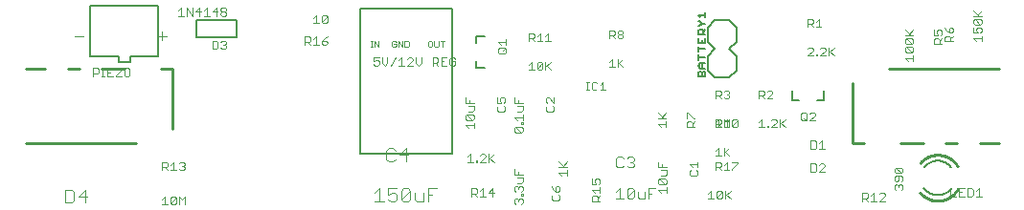
<source format=gto>
G75*
%MOIN*%
%OFA0B0*%
%FSLAX25Y25*%
%IPPOS*%
%LPD*%
%AMOC8*
5,1,8,0,0,1.08239X$1,22.5*
%
%ADD10C,0.00800*%
%ADD11C,0.00600*%
%ADD12C,0.00300*%
%ADD13C,0.00400*%
%ADD14C,0.00500*%
%ADD15C,0.00200*%
%ADD16C,0.01000*%
D10*
X0180544Y0054788D02*
X0183694Y0054788D01*
X0180544Y0054788D02*
X0180544Y0057150D01*
X0180544Y0063450D02*
X0180544Y0065812D01*
X0183694Y0065812D01*
X0261300Y0063800D02*
X0261300Y0068800D01*
X0263800Y0071300D01*
X0268800Y0071300D01*
X0271300Y0068800D01*
X0271300Y0063800D01*
X0268800Y0061300D01*
X0271300Y0058800D01*
X0271300Y0053800D01*
X0268800Y0051300D01*
X0263800Y0051300D01*
X0261300Y0053800D01*
X0261300Y0058800D01*
X0263800Y0061300D01*
X0261300Y0063800D01*
X0290788Y0046694D02*
X0290788Y0043544D01*
X0293150Y0043544D01*
X0299450Y0043544D02*
X0301812Y0043544D01*
X0301812Y0046694D01*
D11*
X0260500Y0051600D02*
X0260500Y0052901D01*
X0260066Y0053335D01*
X0259633Y0053335D01*
X0259199Y0052901D01*
X0259199Y0051600D01*
X0260500Y0051600D02*
X0257898Y0051600D01*
X0257898Y0052901D01*
X0258331Y0053335D01*
X0258765Y0053335D01*
X0259199Y0052901D01*
X0259199Y0054547D02*
X0259199Y0056281D01*
X0258765Y0056281D02*
X0260500Y0056281D01*
X0258765Y0056281D02*
X0257898Y0055414D01*
X0258765Y0054547D01*
X0260500Y0054547D01*
X0257898Y0057493D02*
X0257898Y0059228D01*
X0257898Y0058360D02*
X0260500Y0058360D01*
X0257898Y0060440D02*
X0257898Y0062174D01*
X0257898Y0061307D02*
X0260500Y0061307D01*
X0260500Y0063386D02*
X0257898Y0063386D01*
X0257898Y0065121D01*
X0259199Y0064253D02*
X0259199Y0063386D01*
X0260500Y0063386D02*
X0260500Y0065121D01*
X0260500Y0066333D02*
X0257898Y0066333D01*
X0257898Y0067634D01*
X0258331Y0068067D01*
X0259199Y0068067D01*
X0259633Y0067634D01*
X0259633Y0066333D01*
X0259633Y0067200D02*
X0260500Y0068067D01*
X0259199Y0070147D02*
X0258331Y0069279D01*
X0257898Y0069279D01*
X0259199Y0070147D02*
X0260500Y0070147D01*
X0259199Y0070147D02*
X0258331Y0071014D01*
X0257898Y0071014D01*
X0258765Y0072226D02*
X0257898Y0073093D01*
X0260500Y0073093D01*
X0260500Y0072226D02*
X0260500Y0073960D01*
X0341300Y0022300D02*
X0341452Y0022298D01*
X0341603Y0022292D01*
X0341754Y0022283D01*
X0341906Y0022269D01*
X0342056Y0022252D01*
X0342206Y0022231D01*
X0342356Y0022206D01*
X0342505Y0022178D01*
X0342653Y0022145D01*
X0342800Y0022109D01*
X0342947Y0022070D01*
X0343092Y0022026D01*
X0343236Y0021979D01*
X0343379Y0021928D01*
X0343520Y0021874D01*
X0343661Y0021816D01*
X0343799Y0021755D01*
X0343936Y0021690D01*
X0344072Y0021621D01*
X0344205Y0021550D01*
X0344337Y0021475D01*
X0344467Y0021396D01*
X0344594Y0021315D01*
X0344720Y0021230D01*
X0344844Y0021142D01*
X0344965Y0021051D01*
X0345084Y0020957D01*
X0345200Y0020859D01*
X0345314Y0020759D01*
X0345426Y0020657D01*
X0345534Y0020551D01*
X0345640Y0020443D01*
X0345744Y0020332D01*
X0345844Y0020218D01*
X0345942Y0020102D01*
X0346036Y0019983D01*
X0341300Y0010300D02*
X0341146Y0010302D01*
X0340992Y0010308D01*
X0340838Y0010318D01*
X0340684Y0010332D01*
X0340531Y0010349D01*
X0340379Y0010371D01*
X0340227Y0010397D01*
X0340075Y0010426D01*
X0339925Y0010460D01*
X0339775Y0010497D01*
X0339627Y0010538D01*
X0339479Y0010583D01*
X0339333Y0010632D01*
X0339188Y0010684D01*
X0339045Y0010740D01*
X0338902Y0010800D01*
X0338762Y0010863D01*
X0338623Y0010930D01*
X0338486Y0011001D01*
X0338351Y0011075D01*
X0338218Y0011152D01*
X0338086Y0011233D01*
X0337957Y0011317D01*
X0337830Y0011405D01*
X0337706Y0011496D01*
X0337584Y0011589D01*
X0337464Y0011687D01*
X0337347Y0011787D01*
X0337232Y0011890D01*
X0337120Y0011996D01*
X0337011Y0012104D01*
X0336905Y0012216D01*
X0336801Y0012330D01*
X0336701Y0012447D01*
X0336603Y0012566D01*
X0336509Y0012688D01*
X0336418Y0012813D01*
X0341300Y0010300D02*
X0341450Y0010302D01*
X0341601Y0010308D01*
X0341751Y0010317D01*
X0341900Y0010330D01*
X0342050Y0010347D01*
X0342199Y0010368D01*
X0342347Y0010392D01*
X0342495Y0010420D01*
X0342642Y0010452D01*
X0342788Y0010487D01*
X0342933Y0010527D01*
X0343077Y0010569D01*
X0343220Y0010616D01*
X0343362Y0010666D01*
X0343503Y0010719D01*
X0343642Y0010776D01*
X0343780Y0010836D01*
X0343916Y0010900D01*
X0344050Y0010967D01*
X0344183Y0011038D01*
X0344314Y0011112D01*
X0344443Y0011189D01*
X0344570Y0011270D01*
X0344695Y0011353D01*
X0344818Y0011440D01*
X0344939Y0011529D01*
X0345057Y0011622D01*
X0345173Y0011718D01*
X0345287Y0011816D01*
X0345398Y0011917D01*
X0345507Y0012022D01*
X0345612Y0012128D01*
X0345716Y0012238D01*
X0345816Y0012350D01*
X0345914Y0012464D01*
X0346008Y0012581D01*
X0346100Y0012700D01*
X0341300Y0022300D02*
X0341148Y0022298D01*
X0340997Y0022292D01*
X0340846Y0022283D01*
X0340694Y0022269D01*
X0340544Y0022252D01*
X0340394Y0022231D01*
X0340244Y0022206D01*
X0340095Y0022178D01*
X0339947Y0022145D01*
X0339800Y0022109D01*
X0339653Y0022070D01*
X0339508Y0022026D01*
X0339364Y0021979D01*
X0339221Y0021928D01*
X0339080Y0021874D01*
X0338939Y0021816D01*
X0338801Y0021755D01*
X0338664Y0021690D01*
X0338528Y0021621D01*
X0338395Y0021550D01*
X0338263Y0021475D01*
X0338133Y0021396D01*
X0338006Y0021315D01*
X0337880Y0021230D01*
X0337756Y0021142D01*
X0337635Y0021051D01*
X0337516Y0020957D01*
X0337400Y0020859D01*
X0337286Y0020759D01*
X0337174Y0020657D01*
X0337066Y0020551D01*
X0336960Y0020443D01*
X0336856Y0020332D01*
X0336756Y0020218D01*
X0336658Y0020102D01*
X0336564Y0019983D01*
D12*
X0329119Y0019357D02*
X0329119Y0018390D01*
X0328635Y0017906D01*
X0326700Y0019841D01*
X0328635Y0019841D01*
X0329119Y0019357D01*
X0326700Y0019841D02*
X0326216Y0019357D01*
X0326216Y0018390D01*
X0326700Y0017906D01*
X0328635Y0017906D01*
X0328635Y0016894D02*
X0326700Y0016894D01*
X0326216Y0016411D01*
X0326216Y0015443D01*
X0326700Y0014960D01*
X0327184Y0014960D01*
X0327667Y0015443D01*
X0327667Y0016894D01*
X0328635Y0016894D02*
X0329119Y0016411D01*
X0329119Y0015443D01*
X0328635Y0014960D01*
X0328635Y0013948D02*
X0329119Y0013464D01*
X0329119Y0012497D01*
X0328635Y0012013D01*
X0327667Y0012980D02*
X0327667Y0013464D01*
X0328151Y0013948D01*
X0328635Y0013948D01*
X0327667Y0013464D02*
X0327184Y0013948D01*
X0326700Y0013948D01*
X0326216Y0013464D01*
X0326216Y0012497D01*
X0326700Y0012013D01*
X0322931Y0010614D02*
X0322447Y0011097D01*
X0321479Y0011097D01*
X0320996Y0010614D01*
X0322931Y0010614D02*
X0322931Y0010130D01*
X0320996Y0008195D01*
X0322931Y0008195D01*
X0319984Y0008195D02*
X0318049Y0008195D01*
X0319017Y0008195D02*
X0319017Y0011097D01*
X0318049Y0010130D01*
X0317038Y0010614D02*
X0317038Y0009646D01*
X0316554Y0009162D01*
X0315103Y0009162D01*
X0316070Y0009162D02*
X0317038Y0008195D01*
X0315103Y0008195D02*
X0315103Y0011097D01*
X0316554Y0011097D01*
X0317038Y0010614D01*
X0345786Y0009781D02*
X0347721Y0009781D01*
X0348732Y0009781D02*
X0350667Y0009781D01*
X0351679Y0009781D02*
X0353130Y0009781D01*
X0353614Y0010265D01*
X0353614Y0012200D01*
X0353130Y0012684D01*
X0351679Y0012684D01*
X0351679Y0009781D01*
X0348732Y0009781D02*
X0348732Y0012684D01*
X0350667Y0012684D01*
X0354626Y0011716D02*
X0355593Y0012684D01*
X0355593Y0009781D01*
X0354626Y0009781D02*
X0356561Y0009781D01*
X0349700Y0011233D02*
X0348732Y0011233D01*
X0345786Y0012684D02*
X0345786Y0009781D01*
X0302001Y0018387D02*
X0300066Y0018387D01*
X0302001Y0020322D01*
X0302001Y0020806D01*
X0301517Y0021289D01*
X0300550Y0021289D01*
X0300066Y0020806D01*
X0299054Y0020806D02*
X0298571Y0021289D01*
X0297119Y0021289D01*
X0297119Y0018387D01*
X0298571Y0018387D01*
X0299054Y0018871D01*
X0299054Y0020806D01*
X0298571Y0026387D02*
X0297119Y0026387D01*
X0297119Y0029289D01*
X0298571Y0029289D01*
X0299054Y0028806D01*
X0299054Y0026871D01*
X0298571Y0026387D01*
X0300066Y0026387D02*
X0302001Y0026387D01*
X0301033Y0026387D02*
X0301033Y0029289D01*
X0300066Y0028322D01*
X0288251Y0033950D02*
X0286800Y0035401D01*
X0286316Y0034917D02*
X0288251Y0036852D01*
X0286316Y0036852D02*
X0286316Y0033950D01*
X0285305Y0033950D02*
X0283370Y0033950D01*
X0285305Y0035885D01*
X0285305Y0036369D01*
X0284821Y0036852D01*
X0283854Y0036852D01*
X0283370Y0036369D01*
X0279917Y0036852D02*
X0279917Y0033950D01*
X0278950Y0033950D02*
X0280885Y0033950D01*
X0281897Y0033950D02*
X0282380Y0033950D01*
X0282380Y0034434D01*
X0281897Y0034434D01*
X0281897Y0033950D01*
X0279917Y0036852D02*
X0278950Y0035885D01*
X0271778Y0036369D02*
X0269843Y0034434D01*
X0270327Y0033950D01*
X0271294Y0033950D01*
X0271778Y0034434D01*
X0271778Y0036369D01*
X0271294Y0036852D01*
X0270327Y0036852D01*
X0269843Y0036369D01*
X0269843Y0034434D01*
X0268831Y0033950D02*
X0268831Y0036852D01*
X0267864Y0035885D01*
X0266897Y0036852D01*
X0266897Y0033950D01*
X0268831Y0033950D01*
X0267864Y0033950D02*
X0267864Y0036852D01*
X0266897Y0035885D01*
X0265885Y0036369D02*
X0265885Y0035401D01*
X0265401Y0034917D01*
X0263950Y0034917D01*
X0263950Y0033950D02*
X0265885Y0033950D01*
X0264917Y0034917D01*
X0264917Y0033950D02*
X0264917Y0036852D01*
X0263950Y0035885D01*
X0263950Y0036852D02*
X0265401Y0036852D01*
X0265885Y0036369D01*
X0263950Y0036852D02*
X0263950Y0033950D01*
X0256850Y0034057D02*
X0253948Y0034057D01*
X0253948Y0035508D01*
X0254431Y0035992D01*
X0255399Y0035992D01*
X0255883Y0035508D01*
X0255883Y0034057D01*
X0255883Y0035024D02*
X0256850Y0035992D01*
X0256850Y0037003D02*
X0256366Y0037003D01*
X0254431Y0038938D01*
X0253948Y0038938D01*
X0253948Y0037003D01*
X0246850Y0037003D02*
X0243948Y0037003D01*
X0245399Y0037487D02*
X0246850Y0038938D01*
X0245883Y0037003D02*
X0243948Y0038938D01*
X0246850Y0035992D02*
X0246850Y0034057D01*
X0246850Y0035024D02*
X0243948Y0035024D01*
X0244915Y0034057D01*
X0263950Y0025885D02*
X0264917Y0026852D01*
X0264917Y0023950D01*
X0263950Y0023950D02*
X0265885Y0023950D01*
X0266897Y0023950D02*
X0266897Y0026852D01*
X0268831Y0026852D02*
X0266897Y0024917D01*
X0267380Y0025401D02*
X0268831Y0023950D01*
X0267864Y0021852D02*
X0267864Y0018950D01*
X0266897Y0018950D02*
X0268831Y0018950D01*
X0269843Y0018950D02*
X0269843Y0019434D01*
X0271778Y0021369D01*
X0271778Y0021852D01*
X0269843Y0021852D01*
X0267864Y0021852D02*
X0266897Y0020885D01*
X0265885Y0021369D02*
X0265885Y0020401D01*
X0265401Y0019917D01*
X0263950Y0019917D01*
X0264917Y0019917D02*
X0265885Y0018950D01*
X0263950Y0018950D02*
X0263950Y0021852D01*
X0265401Y0021852D01*
X0265885Y0021369D01*
X0257795Y0020908D02*
X0254892Y0020908D01*
X0255860Y0019940D01*
X0257795Y0019940D02*
X0257795Y0021875D01*
X0246870Y0019940D02*
X0243967Y0019940D01*
X0243967Y0021875D01*
X0245418Y0020908D02*
X0245418Y0019940D01*
X0244935Y0018929D02*
X0246870Y0018929D01*
X0246870Y0017478D01*
X0246386Y0016994D01*
X0244935Y0016994D01*
X0244451Y0015982D02*
X0246386Y0014047D01*
X0246870Y0014531D01*
X0246870Y0015499D01*
X0246386Y0015982D01*
X0244451Y0015982D01*
X0243967Y0015499D01*
X0243967Y0014531D01*
X0244451Y0014047D01*
X0246386Y0014047D01*
X0246870Y0013036D02*
X0246870Y0011101D01*
X0246870Y0012068D02*
X0243967Y0012068D01*
X0244935Y0011101D01*
X0241797Y0010821D02*
X0240562Y0010821D01*
X0239348Y0011438D02*
X0239348Y0008970D01*
X0237496Y0008970D01*
X0236879Y0009587D01*
X0236879Y0011438D01*
X0235665Y0012056D02*
X0233196Y0009587D01*
X0233813Y0008970D01*
X0235048Y0008970D01*
X0235665Y0009587D01*
X0235665Y0012056D01*
X0235048Y0012673D01*
X0233813Y0012673D01*
X0233196Y0012056D01*
X0233196Y0009587D01*
X0231982Y0008970D02*
X0229513Y0008970D01*
X0230747Y0008970D02*
X0230747Y0012673D01*
X0229513Y0011438D01*
X0223850Y0011057D02*
X0223850Y0012992D01*
X0223850Y0012024D02*
X0220948Y0012024D01*
X0221915Y0011057D01*
X0221431Y0010045D02*
X0222399Y0010045D01*
X0222883Y0009562D01*
X0222883Y0008110D01*
X0223850Y0008110D02*
X0220948Y0008110D01*
X0220948Y0009562D01*
X0221431Y0010045D01*
X0222883Y0009078D02*
X0223850Y0010045D01*
X0209795Y0009945D02*
X0209795Y0008978D01*
X0209311Y0008494D01*
X0207376Y0008494D01*
X0206892Y0008978D01*
X0206892Y0009945D01*
X0207376Y0010429D01*
X0208344Y0011440D02*
X0208344Y0012892D01*
X0208827Y0013375D01*
X0209311Y0013375D01*
X0209795Y0012892D01*
X0209795Y0011924D01*
X0209311Y0011440D01*
X0208344Y0011440D01*
X0207376Y0012408D01*
X0206892Y0013375D01*
X0196870Y0012999D02*
X0196870Y0012031D01*
X0196386Y0011547D01*
X0196386Y0010558D02*
X0196870Y0010558D01*
X0196870Y0010074D01*
X0196386Y0010074D01*
X0196386Y0010558D01*
X0194451Y0011547D02*
X0193967Y0012031D01*
X0193967Y0012999D01*
X0194451Y0013482D01*
X0194935Y0013482D01*
X0195418Y0012999D01*
X0195902Y0013482D01*
X0196386Y0013482D01*
X0196870Y0012999D01*
X0195418Y0012999D02*
X0195418Y0012515D01*
X0194935Y0014494D02*
X0196386Y0014494D01*
X0196870Y0014978D01*
X0196870Y0016429D01*
X0194935Y0016429D01*
X0195418Y0017440D02*
X0195418Y0018408D01*
X0193967Y0019375D02*
X0193967Y0017440D01*
X0196870Y0017440D01*
X0209448Y0018024D02*
X0210415Y0017057D01*
X0209448Y0018024D02*
X0212350Y0018024D01*
X0212350Y0017057D02*
X0212350Y0018992D01*
X0212350Y0020003D02*
X0209448Y0020003D01*
X0210899Y0020487D02*
X0212350Y0021938D01*
X0211383Y0020003D02*
X0209448Y0021938D01*
X0229513Y0022981D02*
X0229513Y0020512D01*
X0230130Y0019895D01*
X0231365Y0019895D01*
X0231982Y0020512D01*
X0233196Y0020512D02*
X0233813Y0019895D01*
X0235048Y0019895D01*
X0235665Y0020512D01*
X0235665Y0021129D01*
X0235048Y0021746D01*
X0234431Y0021746D01*
X0235048Y0021746D02*
X0235665Y0022364D01*
X0235665Y0022981D01*
X0235048Y0023598D01*
X0233813Y0023598D01*
X0233196Y0022981D01*
X0231982Y0022981D02*
X0231365Y0023598D01*
X0230130Y0023598D01*
X0229513Y0022981D01*
X0254892Y0018445D02*
X0254892Y0017478D01*
X0255376Y0016994D01*
X0257311Y0016994D01*
X0257795Y0017478D01*
X0257795Y0018445D01*
X0257311Y0018929D01*
X0255376Y0018929D02*
X0254892Y0018445D01*
X0243031Y0012673D02*
X0240562Y0012673D01*
X0240562Y0008970D01*
X0261450Y0008950D02*
X0263385Y0008950D01*
X0262417Y0008950D02*
X0262417Y0011852D01*
X0261450Y0010885D01*
X0264397Y0011369D02*
X0264880Y0011852D01*
X0265848Y0011852D01*
X0266331Y0011369D01*
X0264397Y0009434D01*
X0264880Y0008950D01*
X0265848Y0008950D01*
X0266331Y0009434D01*
X0266331Y0011369D01*
X0267343Y0011852D02*
X0267343Y0008950D01*
X0267827Y0010401D02*
X0269278Y0008950D01*
X0264397Y0009434D02*
X0264397Y0011369D01*
X0267343Y0009917D02*
X0269278Y0011852D01*
X0223850Y0014487D02*
X0223366Y0014003D01*
X0223850Y0014487D02*
X0223850Y0015455D01*
X0223366Y0015938D01*
X0222399Y0015938D01*
X0221915Y0015455D01*
X0221915Y0014971D01*
X0222399Y0014003D01*
X0220948Y0014003D01*
X0220948Y0015938D01*
X0209795Y0009945D02*
X0209311Y0010429D01*
X0196870Y0008579D02*
X0196870Y0007611D01*
X0196386Y0007128D01*
X0195418Y0008095D02*
X0195418Y0008579D01*
X0195902Y0009063D01*
X0196386Y0009063D01*
X0196870Y0008579D01*
X0195418Y0008579D02*
X0194935Y0009063D01*
X0194451Y0009063D01*
X0193967Y0008579D01*
X0193967Y0007611D01*
X0194451Y0007128D01*
X0186455Y0009750D02*
X0186455Y0012652D01*
X0185003Y0011201D01*
X0186938Y0011201D01*
X0183992Y0009750D02*
X0182057Y0009750D01*
X0183024Y0009750D02*
X0183024Y0012652D01*
X0182057Y0011685D01*
X0181045Y0012169D02*
X0181045Y0011201D01*
X0180562Y0010717D01*
X0179110Y0010717D01*
X0179110Y0009750D02*
X0179110Y0012652D01*
X0180562Y0012652D01*
X0181045Y0012169D01*
X0180078Y0010717D02*
X0181045Y0009750D01*
X0181067Y0021750D02*
X0180584Y0021750D01*
X0180584Y0022234D01*
X0181067Y0022234D01*
X0181067Y0021750D01*
X0182057Y0021750D02*
X0183992Y0023685D01*
X0183992Y0024169D01*
X0183508Y0024652D01*
X0182541Y0024652D01*
X0182057Y0024169D01*
X0185003Y0024652D02*
X0185003Y0021750D01*
X0185003Y0022717D02*
X0186938Y0024652D01*
X0185487Y0023201D02*
X0186938Y0021750D01*
X0183992Y0021750D02*
X0182057Y0021750D01*
X0179572Y0021750D02*
X0177637Y0021750D01*
X0178605Y0021750D02*
X0178605Y0024652D01*
X0177637Y0023685D01*
X0193967Y0032611D02*
X0194451Y0032128D01*
X0196386Y0032128D01*
X0194451Y0034063D01*
X0196386Y0034063D01*
X0196870Y0033579D01*
X0196870Y0032611D01*
X0196386Y0032128D01*
X0193967Y0032611D02*
X0193967Y0033579D01*
X0194451Y0034063D01*
X0196386Y0035074D02*
X0196386Y0035558D01*
X0196870Y0035558D01*
X0196870Y0035074D01*
X0196386Y0035074D01*
X0196870Y0036547D02*
X0196870Y0038482D01*
X0196870Y0037515D02*
X0193967Y0037515D01*
X0194935Y0036547D01*
X0194935Y0039494D02*
X0196386Y0039494D01*
X0196870Y0039978D01*
X0196870Y0041429D01*
X0194935Y0041429D01*
X0195418Y0042440D02*
X0195418Y0043408D01*
X0193967Y0044375D02*
X0193967Y0042440D01*
X0196870Y0042440D01*
X0190795Y0042924D02*
X0190311Y0042440D01*
X0190795Y0042924D02*
X0190795Y0043892D01*
X0190311Y0044375D01*
X0189344Y0044375D01*
X0188860Y0043892D01*
X0188860Y0043408D01*
X0189344Y0042440D01*
X0187892Y0042440D01*
X0187892Y0044375D01*
X0179870Y0042440D02*
X0176967Y0042440D01*
X0176967Y0044375D01*
X0178418Y0043408D02*
X0178418Y0042440D01*
X0177935Y0041429D02*
X0179870Y0041429D01*
X0179870Y0039978D01*
X0179386Y0039494D01*
X0177935Y0039494D01*
X0177451Y0038482D02*
X0179386Y0036547D01*
X0179870Y0037031D01*
X0179870Y0037999D01*
X0179386Y0038482D01*
X0177451Y0038482D01*
X0176967Y0037999D01*
X0176967Y0037031D01*
X0177451Y0036547D01*
X0179386Y0036547D01*
X0179870Y0035536D02*
X0179870Y0033601D01*
X0179870Y0034568D02*
X0176967Y0034568D01*
X0177935Y0033601D01*
X0187892Y0039978D02*
X0188376Y0039494D01*
X0190311Y0039494D01*
X0190795Y0039978D01*
X0190795Y0040945D01*
X0190311Y0041429D01*
X0188376Y0041429D02*
X0187892Y0040945D01*
X0187892Y0039978D01*
X0204892Y0039978D02*
X0205376Y0039494D01*
X0207311Y0039494D01*
X0207795Y0039978D01*
X0207795Y0040945D01*
X0207311Y0041429D01*
X0207795Y0042440D02*
X0205860Y0044375D01*
X0205376Y0044375D01*
X0204892Y0043892D01*
X0204892Y0042924D01*
X0205376Y0042440D01*
X0205376Y0041429D02*
X0204892Y0040945D01*
X0204892Y0039978D01*
X0207795Y0042440D02*
X0207795Y0044375D01*
X0218950Y0046950D02*
X0219917Y0046950D01*
X0219434Y0046950D02*
X0219434Y0049852D01*
X0219917Y0049852D02*
X0218950Y0049852D01*
X0220914Y0049369D02*
X0220914Y0047434D01*
X0221398Y0046950D01*
X0222366Y0046950D01*
X0222849Y0047434D01*
X0223861Y0046950D02*
X0225796Y0046950D01*
X0224828Y0046950D02*
X0224828Y0049852D01*
X0223861Y0048885D01*
X0222849Y0049369D02*
X0222366Y0049852D01*
X0221398Y0049852D01*
X0220914Y0049369D01*
X0206778Y0053950D02*
X0205327Y0055401D01*
X0204843Y0054917D02*
X0206778Y0056852D01*
X0204843Y0056852D02*
X0204843Y0053950D01*
X0203831Y0054434D02*
X0203348Y0053950D01*
X0202380Y0053950D01*
X0201897Y0054434D01*
X0203831Y0056369D01*
X0203831Y0054434D01*
X0201897Y0054434D02*
X0201897Y0056369D01*
X0202380Y0056852D01*
X0203348Y0056852D01*
X0203831Y0056369D01*
X0199917Y0056852D02*
X0198950Y0055885D01*
X0199917Y0056852D02*
X0199917Y0053950D01*
X0198950Y0053950D02*
X0200885Y0053950D01*
X0191150Y0060184D02*
X0190666Y0059700D01*
X0188731Y0059700D01*
X0188248Y0060184D01*
X0188248Y0061151D01*
X0188731Y0061635D01*
X0190666Y0061635D01*
X0191150Y0061151D01*
X0191150Y0060184D01*
X0190183Y0060667D02*
X0191150Y0061635D01*
X0191150Y0062647D02*
X0191150Y0064581D01*
X0191150Y0063614D02*
X0188248Y0063614D01*
X0189215Y0062647D01*
X0198950Y0063950D02*
X0198950Y0066852D01*
X0200401Y0066852D01*
X0200885Y0066369D01*
X0200885Y0065401D01*
X0200401Y0064917D01*
X0198950Y0064917D01*
X0199917Y0064917D02*
X0200885Y0063950D01*
X0201897Y0063950D02*
X0203831Y0063950D01*
X0202864Y0063950D02*
X0202864Y0066852D01*
X0201897Y0065885D01*
X0204843Y0065885D02*
X0205811Y0066852D01*
X0205811Y0063950D01*
X0206778Y0063950D02*
X0204843Y0063950D01*
X0226950Y0064950D02*
X0226950Y0067852D01*
X0228401Y0067852D01*
X0228885Y0067369D01*
X0228885Y0066401D01*
X0228401Y0065917D01*
X0226950Y0065917D01*
X0227917Y0065917D02*
X0228885Y0064950D01*
X0229897Y0065434D02*
X0230380Y0064950D01*
X0231348Y0064950D01*
X0231831Y0065434D01*
X0231831Y0065917D01*
X0231348Y0066401D01*
X0230380Y0066401D01*
X0229897Y0066885D01*
X0229897Y0067369D01*
X0230380Y0067852D01*
X0231348Y0067852D01*
X0231831Y0067369D01*
X0231831Y0066885D01*
X0231348Y0066401D01*
X0230380Y0066401D02*
X0229897Y0065917D01*
X0229897Y0065434D01*
X0229897Y0057852D02*
X0229897Y0054950D01*
X0229897Y0055917D02*
X0231831Y0057852D01*
X0227917Y0057852D02*
X0227917Y0054950D01*
X0226950Y0054950D02*
X0228885Y0054950D01*
X0230380Y0056401D02*
X0231831Y0054950D01*
X0227917Y0057852D02*
X0226950Y0056885D01*
X0263950Y0046852D02*
X0265401Y0046852D01*
X0265885Y0046369D01*
X0265885Y0045401D01*
X0265401Y0044917D01*
X0263950Y0044917D01*
X0263950Y0043950D02*
X0263950Y0046852D01*
X0266897Y0046369D02*
X0267380Y0046852D01*
X0268348Y0046852D01*
X0268831Y0046369D01*
X0268831Y0045885D01*
X0268348Y0045401D01*
X0268831Y0044917D01*
X0268831Y0044434D01*
X0268348Y0043950D01*
X0267380Y0043950D01*
X0266897Y0044434D01*
X0265885Y0043950D02*
X0264917Y0044917D01*
X0267864Y0045401D02*
X0268348Y0045401D01*
X0278950Y0044917D02*
X0280401Y0044917D01*
X0280885Y0045401D01*
X0280885Y0046369D01*
X0280401Y0046852D01*
X0278950Y0046852D01*
X0278950Y0043950D01*
X0279917Y0044917D02*
X0280885Y0043950D01*
X0281897Y0043950D02*
X0283831Y0045885D01*
X0283831Y0046369D01*
X0283348Y0046852D01*
X0282380Y0046852D01*
X0281897Y0046369D01*
X0281897Y0043950D02*
X0283831Y0043950D01*
X0293807Y0038669D02*
X0294291Y0039152D01*
X0295258Y0039152D01*
X0295742Y0038669D01*
X0295742Y0036734D01*
X0295258Y0036250D01*
X0294291Y0036250D01*
X0293807Y0036734D01*
X0293807Y0038669D01*
X0294774Y0037217D02*
X0295742Y0036250D01*
X0296753Y0036250D02*
X0298688Y0038185D01*
X0298688Y0038669D01*
X0298205Y0039152D01*
X0297237Y0039152D01*
X0296753Y0038669D01*
X0296753Y0036250D02*
X0298688Y0036250D01*
X0329948Y0058131D02*
X0330915Y0057164D01*
X0329948Y0058131D02*
X0332850Y0058131D01*
X0332850Y0057164D02*
X0332850Y0059099D01*
X0332366Y0060110D02*
X0330431Y0062045D01*
X0332366Y0062045D01*
X0332850Y0061562D01*
X0332850Y0060594D01*
X0332366Y0060110D01*
X0330431Y0060110D01*
X0329948Y0060594D01*
X0329948Y0061562D01*
X0330431Y0062045D01*
X0330431Y0063057D02*
X0329948Y0063541D01*
X0329948Y0064508D01*
X0330431Y0064992D01*
X0332366Y0063057D01*
X0332850Y0063541D01*
X0332850Y0064508D01*
X0332366Y0064992D01*
X0330431Y0064992D01*
X0329948Y0066003D02*
X0332850Y0066003D01*
X0331883Y0066003D02*
X0329948Y0067938D01*
X0331399Y0066487D02*
X0332850Y0067938D01*
X0339948Y0067938D02*
X0339948Y0066003D01*
X0341399Y0066003D01*
X0340915Y0066971D01*
X0340915Y0067455D01*
X0341399Y0067938D01*
X0342366Y0067938D01*
X0342850Y0067455D01*
X0342850Y0066487D01*
X0342366Y0066003D01*
X0342850Y0064992D02*
X0341883Y0064024D01*
X0341883Y0064508D02*
X0341883Y0063057D01*
X0342850Y0063057D02*
X0339948Y0063057D01*
X0339948Y0064508D01*
X0340431Y0064992D01*
X0341399Y0064992D01*
X0341883Y0064508D01*
X0343748Y0063950D02*
X0343748Y0065401D01*
X0344231Y0065885D01*
X0345199Y0065885D01*
X0345683Y0065401D01*
X0345683Y0063950D01*
X0346650Y0063950D02*
X0343748Y0063950D01*
X0345683Y0064917D02*
X0346650Y0065885D01*
X0346166Y0066897D02*
X0346650Y0067380D01*
X0346650Y0068348D01*
X0346166Y0068831D01*
X0345683Y0068831D01*
X0345199Y0068348D01*
X0345199Y0066897D01*
X0346166Y0066897D01*
X0345199Y0066897D02*
X0344231Y0067864D01*
X0343748Y0068831D01*
X0353748Y0068831D02*
X0353748Y0066897D01*
X0355199Y0066897D01*
X0354715Y0067864D01*
X0354715Y0068348D01*
X0355199Y0068831D01*
X0356166Y0068831D01*
X0356650Y0068348D01*
X0356650Y0067380D01*
X0356166Y0066897D01*
X0356650Y0065885D02*
X0356650Y0063950D01*
X0356650Y0064917D02*
X0353748Y0064917D01*
X0354715Y0063950D01*
X0332366Y0063057D02*
X0330431Y0063057D01*
X0305251Y0061852D02*
X0303316Y0059917D01*
X0303800Y0060401D02*
X0305251Y0058950D01*
X0303316Y0058950D02*
X0303316Y0061852D01*
X0302305Y0061369D02*
X0302305Y0060885D01*
X0300370Y0058950D01*
X0302305Y0058950D01*
X0299380Y0058950D02*
X0298897Y0058950D01*
X0298897Y0059434D01*
X0299380Y0059434D01*
X0299380Y0058950D01*
X0297885Y0058950D02*
X0295950Y0058950D01*
X0297885Y0060885D01*
X0297885Y0061369D01*
X0297401Y0061852D01*
X0296434Y0061852D01*
X0295950Y0061369D01*
X0300370Y0061369D02*
X0300854Y0061852D01*
X0301821Y0061852D01*
X0302305Y0061369D01*
X0300831Y0068950D02*
X0298897Y0068950D01*
X0299864Y0068950D02*
X0299864Y0071852D01*
X0298897Y0070885D01*
X0297885Y0071369D02*
X0297885Y0070401D01*
X0297401Y0069917D01*
X0295950Y0069917D01*
X0295950Y0068950D02*
X0295950Y0071852D01*
X0297401Y0071852D01*
X0297885Y0071369D01*
X0296917Y0069917D02*
X0297885Y0068950D01*
X0353748Y0070327D02*
X0354231Y0069843D01*
X0356166Y0069843D01*
X0354231Y0071778D01*
X0356166Y0071778D01*
X0356650Y0071294D01*
X0356650Y0070327D01*
X0356166Y0069843D01*
X0353748Y0070327D02*
X0353748Y0071294D01*
X0354231Y0071778D01*
X0353748Y0072790D02*
X0356650Y0072790D01*
X0355683Y0072790D02*
X0353748Y0074725D01*
X0355199Y0073273D02*
X0356650Y0074725D01*
X0128938Y0072669D02*
X0128938Y0070734D01*
X0128455Y0070250D01*
X0127487Y0070250D01*
X0127003Y0070734D01*
X0128938Y0072669D01*
X0128455Y0073152D01*
X0127487Y0073152D01*
X0127003Y0072669D01*
X0127003Y0070734D01*
X0125992Y0070250D02*
X0124057Y0070250D01*
X0125024Y0070250D02*
X0125024Y0073152D01*
X0124057Y0072185D01*
X0125024Y0065652D02*
X0125024Y0062750D01*
X0124057Y0062750D02*
X0125992Y0062750D01*
X0127003Y0063234D02*
X0127487Y0062750D01*
X0128455Y0062750D01*
X0128938Y0063234D01*
X0128938Y0063717D01*
X0128455Y0064201D01*
X0127003Y0064201D01*
X0127003Y0063234D01*
X0127003Y0064201D02*
X0127971Y0065169D01*
X0128938Y0065652D01*
X0125024Y0065652D02*
X0124057Y0064685D01*
X0123045Y0065169D02*
X0123045Y0064201D01*
X0122562Y0063717D01*
X0121110Y0063717D01*
X0122078Y0063717D02*
X0123045Y0062750D01*
X0121110Y0062750D02*
X0121110Y0065652D01*
X0122562Y0065652D01*
X0123045Y0065169D01*
X0093769Y0063732D02*
X0093769Y0063248D01*
X0093285Y0062764D01*
X0093769Y0062280D01*
X0093769Y0061797D01*
X0093285Y0061313D01*
X0092318Y0061313D01*
X0091834Y0061797D01*
X0090823Y0061797D02*
X0090823Y0063732D01*
X0090339Y0064215D01*
X0088888Y0064215D01*
X0088888Y0061313D01*
X0090339Y0061313D01*
X0090823Y0061797D01*
X0092802Y0062764D02*
X0093285Y0062764D01*
X0093769Y0063732D02*
X0093285Y0064215D01*
X0092318Y0064215D01*
X0091834Y0063732D01*
X0092318Y0072805D02*
X0091834Y0073289D01*
X0091834Y0073773D01*
X0092318Y0074256D01*
X0093285Y0074256D01*
X0093769Y0073773D01*
X0093769Y0073289D01*
X0093285Y0072805D01*
X0092318Y0072805D01*
X0092318Y0074256D02*
X0091834Y0074740D01*
X0091834Y0075224D01*
X0092318Y0075708D01*
X0093285Y0075708D01*
X0093769Y0075224D01*
X0093769Y0074740D01*
X0093285Y0074256D01*
X0090823Y0074256D02*
X0088888Y0074256D01*
X0090339Y0075708D01*
X0090339Y0072805D01*
X0087876Y0072805D02*
X0085941Y0072805D01*
X0086909Y0072805D02*
X0086909Y0075708D01*
X0085941Y0074740D01*
X0084930Y0074256D02*
X0082995Y0074256D01*
X0084446Y0075708D01*
X0084446Y0072805D01*
X0081983Y0072805D02*
X0081983Y0075708D01*
X0080048Y0075708D02*
X0081983Y0072805D01*
X0080048Y0072805D02*
X0080048Y0075708D01*
X0078069Y0075708D02*
X0078069Y0072805D01*
X0077102Y0072805D02*
X0079037Y0072805D01*
X0077102Y0074740D02*
X0078069Y0075708D01*
X0059682Y0054573D02*
X0060165Y0054089D01*
X0060165Y0052154D01*
X0059682Y0051670D01*
X0058714Y0051670D01*
X0058230Y0052154D01*
X0058230Y0054089D01*
X0058714Y0054573D01*
X0059682Y0054573D01*
X0057219Y0054573D02*
X0057219Y0054089D01*
X0055284Y0052154D01*
X0055284Y0051670D01*
X0057219Y0051670D01*
X0054272Y0051670D02*
X0052337Y0051670D01*
X0052337Y0054573D01*
X0054272Y0054573D01*
X0055284Y0054573D02*
X0057219Y0054573D01*
X0051340Y0054573D02*
X0050373Y0054573D01*
X0050857Y0054573D02*
X0050857Y0051670D01*
X0051340Y0051670D02*
X0050373Y0051670D01*
X0049361Y0053122D02*
X0048878Y0052638D01*
X0047426Y0052638D01*
X0047426Y0051670D02*
X0047426Y0054573D01*
X0048878Y0054573D01*
X0049361Y0054089D01*
X0049361Y0053122D01*
X0052337Y0053122D02*
X0053305Y0053122D01*
X0071450Y0021852D02*
X0072901Y0021852D01*
X0073385Y0021369D01*
X0073385Y0020401D01*
X0072901Y0019917D01*
X0071450Y0019917D01*
X0072417Y0019917D02*
X0073385Y0018950D01*
X0074397Y0018950D02*
X0076331Y0018950D01*
X0075364Y0018950D02*
X0075364Y0021852D01*
X0074397Y0020885D01*
X0077343Y0021369D02*
X0077827Y0021852D01*
X0078794Y0021852D01*
X0079278Y0021369D01*
X0079278Y0020885D01*
X0078794Y0020401D01*
X0079278Y0019917D01*
X0079278Y0019434D01*
X0078794Y0018950D01*
X0077827Y0018950D01*
X0077343Y0019434D01*
X0078311Y0020401D02*
X0078794Y0020401D01*
X0071450Y0018950D02*
X0071450Y0021852D01*
X0072417Y0009852D02*
X0072417Y0006950D01*
X0071450Y0006950D02*
X0073385Y0006950D01*
X0074397Y0007434D02*
X0076331Y0009369D01*
X0076331Y0007434D01*
X0075848Y0006950D01*
X0074880Y0006950D01*
X0074397Y0007434D01*
X0074397Y0009369D01*
X0074880Y0009852D01*
X0075848Y0009852D01*
X0076331Y0009369D01*
X0077343Y0009852D02*
X0078311Y0008885D01*
X0079278Y0009852D01*
X0079278Y0006950D01*
X0077343Y0006950D02*
X0077343Y0009852D01*
X0072417Y0009852D02*
X0071450Y0008885D01*
D13*
X0039925Y0007563D02*
X0037623Y0007563D01*
X0037623Y0012167D01*
X0039925Y0012167D01*
X0040692Y0011400D01*
X0040692Y0008330D01*
X0039925Y0007563D01*
X0044529Y0007563D02*
X0044529Y0012167D01*
X0042227Y0009865D01*
X0045296Y0009865D01*
X0145500Y0011069D02*
X0147035Y0012604D01*
X0147035Y0008000D01*
X0148569Y0008000D02*
X0145500Y0008000D01*
X0150104Y0008767D02*
X0150871Y0008000D01*
X0152406Y0008000D01*
X0153173Y0008767D01*
X0153173Y0010302D01*
X0152406Y0011069D01*
X0151639Y0011069D01*
X0150104Y0010302D01*
X0150104Y0012604D01*
X0153173Y0012604D01*
X0154708Y0011837D02*
X0155475Y0012604D01*
X0157010Y0012604D01*
X0157777Y0011837D01*
X0154708Y0008767D01*
X0155475Y0008000D01*
X0157010Y0008000D01*
X0157777Y0008767D01*
X0157777Y0011837D01*
X0159312Y0011069D02*
X0159312Y0008767D01*
X0160079Y0008000D01*
X0162381Y0008000D01*
X0162381Y0011069D01*
X0163916Y0010302D02*
X0165450Y0010302D01*
X0163916Y0008000D02*
X0163916Y0012604D01*
X0166985Y0012604D01*
X0154708Y0011837D02*
X0154708Y0008767D01*
X0156406Y0022000D02*
X0156406Y0026604D01*
X0154104Y0024302D01*
X0157173Y0024302D01*
X0152569Y0025837D02*
X0151802Y0026604D01*
X0150267Y0026604D01*
X0149500Y0025837D01*
X0149500Y0022767D01*
X0150267Y0022000D01*
X0151802Y0022000D01*
X0152569Y0022767D01*
X0153840Y0055500D02*
X0155708Y0055500D01*
X0154774Y0055500D02*
X0154774Y0058302D01*
X0153840Y0057368D01*
X0152761Y0058302D02*
X0150893Y0055500D01*
X0149815Y0056434D02*
X0148881Y0055500D01*
X0147947Y0056434D01*
X0147947Y0058302D01*
X0146868Y0058302D02*
X0145000Y0058302D01*
X0145000Y0056901D01*
X0145934Y0057368D01*
X0146401Y0057368D01*
X0146868Y0056901D01*
X0146868Y0055967D01*
X0146401Y0055500D01*
X0145467Y0055500D01*
X0145000Y0055967D01*
X0149815Y0056434D02*
X0149815Y0058302D01*
X0156786Y0057835D02*
X0157253Y0058302D01*
X0158187Y0058302D01*
X0158654Y0057835D01*
X0158654Y0057368D01*
X0156786Y0055500D01*
X0158654Y0055500D01*
X0159733Y0056434D02*
X0160667Y0055500D01*
X0161601Y0056434D01*
X0161601Y0058302D01*
X0159733Y0058302D02*
X0159733Y0056434D01*
X0165626Y0056434D02*
X0167027Y0056434D01*
X0167494Y0056901D01*
X0167494Y0057835D01*
X0167027Y0058302D01*
X0165626Y0058302D01*
X0165626Y0055500D01*
X0166560Y0056434D02*
X0167494Y0055500D01*
X0168572Y0055500D02*
X0170440Y0055500D01*
X0171519Y0055967D02*
X0171986Y0055500D01*
X0172920Y0055500D01*
X0173387Y0055967D01*
X0173387Y0056901D01*
X0172453Y0056901D01*
X0171519Y0057835D02*
X0171519Y0055967D01*
X0169506Y0056901D02*
X0168572Y0056901D01*
X0168572Y0058302D02*
X0168572Y0055500D01*
X0168572Y0058302D02*
X0170440Y0058302D01*
X0171519Y0057835D02*
X0171986Y0058302D01*
X0172920Y0058302D01*
X0173387Y0057835D01*
X0072965Y0065802D02*
X0069896Y0065802D01*
X0071431Y0067337D02*
X0071431Y0064267D01*
X0043965Y0065802D02*
X0040896Y0065802D01*
D14*
X0046489Y0058607D02*
X0046489Y0076324D01*
X0070111Y0076324D01*
X0070111Y0058607D01*
X0060269Y0058607D01*
X0060269Y0056639D01*
X0056331Y0056639D01*
X0056331Y0058607D01*
X0046489Y0058607D01*
X0083300Y0065300D02*
X0083300Y0071300D01*
X0097300Y0071300D01*
X0097300Y0065300D01*
X0083300Y0065300D01*
X0140300Y0075300D02*
X0140300Y0024800D01*
X0172300Y0024800D01*
X0172300Y0075300D01*
X0140300Y0075300D01*
D15*
X0143900Y0064102D02*
X0144634Y0064102D01*
X0144267Y0064102D02*
X0144267Y0061900D01*
X0143900Y0061900D02*
X0144634Y0061900D01*
X0145373Y0061900D02*
X0145373Y0064102D01*
X0146841Y0061900D01*
X0146841Y0064102D01*
X0151400Y0063735D02*
X0151400Y0062267D01*
X0151767Y0061900D01*
X0152501Y0061900D01*
X0152868Y0062267D01*
X0152868Y0063001D01*
X0152134Y0063001D01*
X0152868Y0063735D02*
X0152501Y0064102D01*
X0151767Y0064102D01*
X0151400Y0063735D01*
X0153610Y0064102D02*
X0155078Y0061900D01*
X0155078Y0064102D01*
X0155820Y0064102D02*
X0156921Y0064102D01*
X0157288Y0063735D01*
X0157288Y0062267D01*
X0156921Y0061900D01*
X0155820Y0061900D01*
X0155820Y0064102D01*
X0153610Y0064102D02*
X0153610Y0061900D01*
X0163900Y0062267D02*
X0163900Y0063735D01*
X0164267Y0064102D01*
X0165001Y0064102D01*
X0165368Y0063735D01*
X0165368Y0062267D01*
X0165001Y0061900D01*
X0164267Y0061900D01*
X0163900Y0062267D01*
X0166110Y0062267D02*
X0166477Y0061900D01*
X0167211Y0061900D01*
X0167578Y0062267D01*
X0167578Y0064102D01*
X0168320Y0064102D02*
X0169788Y0064102D01*
X0169054Y0064102D02*
X0169054Y0061900D01*
X0166110Y0062267D02*
X0166110Y0064102D01*
D16*
X0075080Y0054292D02*
X0071048Y0054292D01*
X0075080Y0054292D02*
X0075080Y0033308D01*
X0062298Y0028308D02*
X0024017Y0028308D01*
X0024017Y0054292D02*
X0030673Y0054292D01*
X0038548Y0054292D02*
X0042548Y0054292D01*
X0050298Y0054292D02*
X0058298Y0054292D01*
X0311536Y0049292D02*
X0311536Y0028308D01*
X0315568Y0028308D01*
X0328318Y0028308D02*
X0336318Y0028308D01*
X0344068Y0028308D02*
X0348068Y0028308D01*
X0355943Y0028308D02*
X0362599Y0028308D01*
X0348246Y0020269D02*
X0348147Y0020438D01*
X0348043Y0020604D01*
X0347936Y0020768D01*
X0347825Y0020929D01*
X0347710Y0021087D01*
X0347591Y0021242D01*
X0347468Y0021395D01*
X0347342Y0021544D01*
X0347212Y0021690D01*
X0347078Y0021833D01*
X0346941Y0021973D01*
X0346801Y0022109D01*
X0346657Y0022242D01*
X0346510Y0022371D01*
X0346360Y0022497D01*
X0346207Y0022618D01*
X0346051Y0022737D01*
X0345892Y0022851D01*
X0345731Y0022961D01*
X0345566Y0023067D01*
X0345400Y0023170D01*
X0345230Y0023268D01*
X0345059Y0023362D01*
X0344885Y0023452D01*
X0344709Y0023537D01*
X0344531Y0023619D01*
X0344351Y0023695D01*
X0344169Y0023768D01*
X0343986Y0023836D01*
X0343801Y0023899D01*
X0343614Y0023958D01*
X0343426Y0024012D01*
X0343237Y0024062D01*
X0343047Y0024107D01*
X0342855Y0024147D01*
X0342663Y0024183D01*
X0342470Y0024214D01*
X0342276Y0024240D01*
X0342081Y0024262D01*
X0341886Y0024278D01*
X0341691Y0024290D01*
X0341495Y0024298D01*
X0341300Y0024300D01*
X0348359Y0012535D02*
X0348266Y0012367D01*
X0348170Y0012201D01*
X0348070Y0012037D01*
X0347965Y0011876D01*
X0347857Y0011717D01*
X0347745Y0011561D01*
X0347629Y0011407D01*
X0347510Y0011257D01*
X0347387Y0011109D01*
X0347261Y0010964D01*
X0347131Y0010823D01*
X0346998Y0010684D01*
X0346861Y0010549D01*
X0346721Y0010417D01*
X0346579Y0010289D01*
X0346433Y0010164D01*
X0346284Y0010042D01*
X0346132Y0009924D01*
X0345978Y0009810D01*
X0345820Y0009700D01*
X0345661Y0009593D01*
X0345498Y0009490D01*
X0345333Y0009391D01*
X0345166Y0009296D01*
X0344997Y0009206D01*
X0344826Y0009119D01*
X0344652Y0009036D01*
X0344477Y0008958D01*
X0344299Y0008884D01*
X0344120Y0008814D01*
X0343940Y0008748D01*
X0343758Y0008687D01*
X0343574Y0008630D01*
X0343389Y0008578D01*
X0343203Y0008530D01*
X0343016Y0008486D01*
X0342828Y0008447D01*
X0342639Y0008413D01*
X0342449Y0008383D01*
X0342259Y0008358D01*
X0342068Y0008337D01*
X0341876Y0008321D01*
X0341684Y0008309D01*
X0341492Y0008302D01*
X0341300Y0008300D01*
X0335193Y0021468D02*
X0335320Y0021614D01*
X0335449Y0021756D01*
X0335583Y0021896D01*
X0335719Y0022032D01*
X0335859Y0022165D01*
X0336002Y0022295D01*
X0336149Y0022421D01*
X0336298Y0022543D01*
X0336450Y0022662D01*
X0336605Y0022777D01*
X0336762Y0022889D01*
X0336922Y0022996D01*
X0337085Y0023100D01*
X0337251Y0023199D01*
X0337418Y0023295D01*
X0337588Y0023387D01*
X0337760Y0023474D01*
X0337934Y0023558D01*
X0338110Y0023637D01*
X0338288Y0023711D01*
X0338468Y0023782D01*
X0338649Y0023848D01*
X0338832Y0023910D01*
X0339016Y0023967D01*
X0339202Y0024020D01*
X0339389Y0024068D01*
X0339577Y0024112D01*
X0339766Y0024151D01*
X0339956Y0024186D01*
X0340146Y0024216D01*
X0340337Y0024242D01*
X0340529Y0024263D01*
X0340722Y0024279D01*
X0340914Y0024291D01*
X0341107Y0024298D01*
X0341300Y0024300D01*
X0335154Y0011178D02*
X0335281Y0011030D01*
X0335411Y0010885D01*
X0335544Y0010744D01*
X0335681Y0010605D01*
X0335821Y0010470D01*
X0335965Y0010339D01*
X0336112Y0010211D01*
X0336261Y0010086D01*
X0336414Y0009965D01*
X0336569Y0009848D01*
X0336728Y0009735D01*
X0336889Y0009626D01*
X0337053Y0009521D01*
X0337219Y0009419D01*
X0337388Y0009322D01*
X0337558Y0009229D01*
X0337732Y0009140D01*
X0337907Y0009055D01*
X0338084Y0008975D01*
X0338263Y0008899D01*
X0338444Y0008827D01*
X0338627Y0008760D01*
X0338811Y0008697D01*
X0338997Y0008639D01*
X0339184Y0008585D01*
X0339372Y0008536D01*
X0339562Y0008491D01*
X0339752Y0008451D01*
X0339944Y0008416D01*
X0340136Y0008385D01*
X0340329Y0008359D01*
X0340523Y0008338D01*
X0340717Y0008321D01*
X0340911Y0008309D01*
X0341105Y0008302D01*
X0341300Y0008300D01*
X0324318Y0054292D02*
X0362599Y0054292D01*
M02*

</source>
